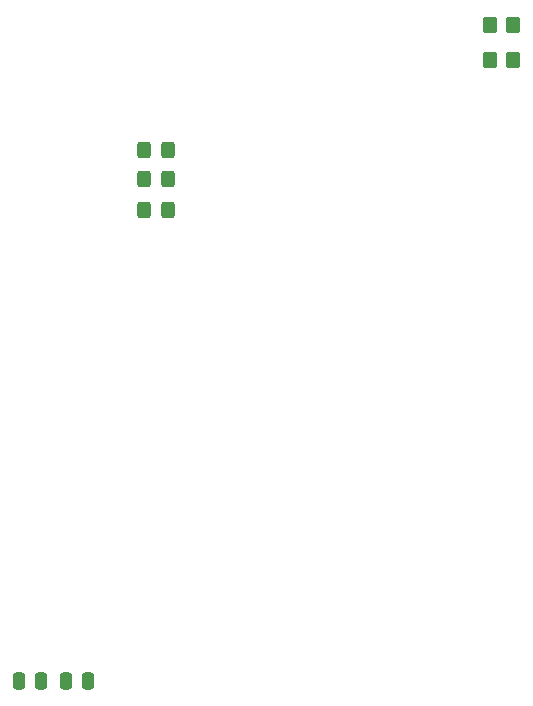
<source format=gbr>
%TF.GenerationSoftware,KiCad,Pcbnew,9.0.0*%
%TF.CreationDate,2025-04-12T20:32:53-04:00*%
%TF.ProjectId,phoenix_v1,70686f65-6e69-4785-9f76-312e6b696361,v2*%
%TF.SameCoordinates,Original*%
%TF.FileFunction,Paste,Top*%
%TF.FilePolarity,Positive*%
%FSLAX46Y46*%
G04 Gerber Fmt 4.6, Leading zero omitted, Abs format (unit mm)*
G04 Created by KiCad (PCBNEW 9.0.0) date 2025-04-12 20:32:53*
%MOMM*%
%LPD*%
G01*
G04 APERTURE LIST*
G04 Aperture macros list*
%AMRoundRect*
0 Rectangle with rounded corners*
0 $1 Rounding radius*
0 $2 $3 $4 $5 $6 $7 $8 $9 X,Y pos of 4 corners*
0 Add a 4 corners polygon primitive as box body*
4,1,4,$2,$3,$4,$5,$6,$7,$8,$9,$2,$3,0*
0 Add four circle primitives for the rounded corners*
1,1,$1+$1,$2,$3*
1,1,$1+$1,$4,$5*
1,1,$1+$1,$6,$7*
1,1,$1+$1,$8,$9*
0 Add four rect primitives between the rounded corners*
20,1,$1+$1,$2,$3,$4,$5,0*
20,1,$1+$1,$4,$5,$6,$7,0*
20,1,$1+$1,$6,$7,$8,$9,0*
20,1,$1+$1,$8,$9,$2,$3,0*%
G04 Aperture macros list end*
%ADD10RoundRect,0.250000X0.325000X0.450000X-0.325000X0.450000X-0.325000X-0.450000X0.325000X-0.450000X0*%
%ADD11RoundRect,0.250000X0.250000X0.475000X-0.250000X0.475000X-0.250000X-0.475000X0.250000X-0.475000X0*%
%ADD12RoundRect,0.250000X-0.350000X-0.450000X0.350000X-0.450000X0.350000X0.450000X-0.350000X0.450000X0*%
G04 APERTURE END LIST*
D10*
%TO.C,D3*%
X129225000Y-79120000D03*
X131275000Y-79120000D03*
%TD*%
%TO.C,D2*%
X129225000Y-76540000D03*
X131275000Y-76540000D03*
%TD*%
%TO.C,D1*%
X129225000Y-74040000D03*
X131275000Y-74040000D03*
%TD*%
D11*
%TO.C,C1*%
X124500000Y-119000000D03*
X122600000Y-119000000D03*
%TD*%
%TO.C,C2*%
X120500000Y-119000000D03*
X118600000Y-119000000D03*
%TD*%
D12*
%TO.C,R5*%
X158500000Y-66450000D03*
X160500000Y-66450000D03*
%TD*%
%TO.C,R4*%
X158500000Y-63500000D03*
X160500000Y-63500000D03*
%TD*%
M02*

</source>
